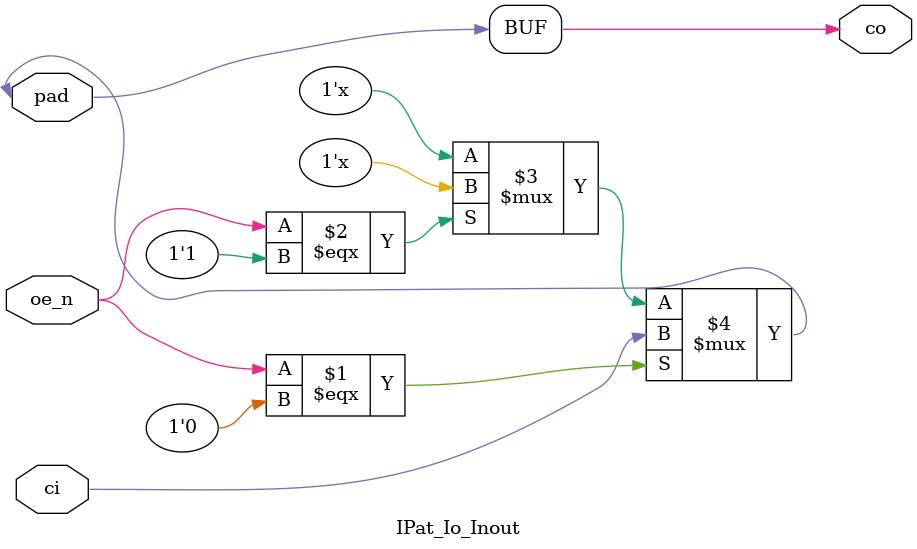
<source format=v>

`timescale 1ns/1ns

module IPat_Io_Inout (
    inout  pad,    // PAD
    input  ci,     // Core to PAD
    output co,     // PAD to Core
    input  oe_n    // Output Enable (negative)
);

    assign pad = (oe_n===1'b0)? ci   :
                 (oe_n===1'b1)? 1'bz : 1'bx;
    
    assign co = pad;
    
endmodule

</source>
